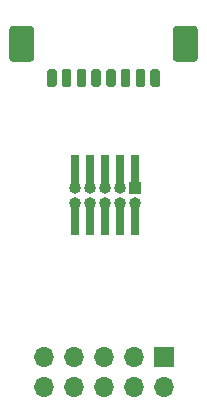
<source format=gbr>
%TF.GenerationSoftware,KiCad,Pcbnew,5.1.10*%
%TF.CreationDate,2021-08-08T15:42:29+02:00*%
%TF.ProjectId,debugconn,64656275-6763-46f6-9e6e-2e6b69636164,rev?*%
%TF.SameCoordinates,Original*%
%TF.FileFunction,Soldermask,Top*%
%TF.FilePolarity,Negative*%
%FSLAX46Y46*%
G04 Gerber Fmt 4.6, Leading zero omitted, Abs format (unit mm)*
G04 Created by KiCad (PCBNEW 5.1.10) date 2021-08-08 15:42:29*
%MOMM*%
%LPD*%
G01*
G04 APERTURE LIST*
%ADD10O,1.000000X1.000000*%
%ADD11R,1.000000X1.000000*%
%ADD12R,0.740000X2.790000*%
%ADD13O,1.700000X1.700000*%
%ADD14R,1.700000X1.700000*%
G04 APERTURE END LIST*
D10*
%TO.C,J2*%
X153035000Y-76835000D03*
X153035000Y-75565000D03*
X154305000Y-76835000D03*
X154305000Y-75565000D03*
X155575000Y-76835000D03*
X155575000Y-75565000D03*
X156845000Y-76835000D03*
X156845000Y-75565000D03*
X158115000Y-76835000D03*
D11*
X158115000Y-75565000D03*
%TD*%
D12*
%TO.C,J4*%
X158115000Y-74165000D03*
X158115000Y-78235000D03*
X156845000Y-74165000D03*
X156845000Y-78235000D03*
X155575000Y-74165000D03*
X155575000Y-78235000D03*
X154305000Y-74165000D03*
X154305000Y-78235000D03*
X153035000Y-74165000D03*
X153035000Y-78235000D03*
%TD*%
%TO.C,J3*%
G36*
G01*
X149546000Y-62125900D02*
X149546000Y-64626100D01*
G75*
G02*
X149296100Y-64876000I-249900J0D01*
G01*
X147695900Y-64876000D01*
G75*
G02*
X147446000Y-64626100I0J249900D01*
G01*
X147446000Y-62125900D01*
G75*
G02*
X147695900Y-61876000I249900J0D01*
G01*
X149296100Y-61876000D01*
G75*
G02*
X149546000Y-62125900I0J-249900D01*
G01*
G37*
G36*
G01*
X163396000Y-62125900D02*
X163396000Y-64626100D01*
G75*
G02*
X163146100Y-64876000I-249900J0D01*
G01*
X161545900Y-64876000D01*
G75*
G02*
X161296000Y-64626100I0J249900D01*
G01*
X161296000Y-62125900D01*
G75*
G02*
X161545900Y-61876000I249900J0D01*
G01*
X163146100Y-61876000D01*
G75*
G02*
X163396000Y-62125900I0J-249900D01*
G01*
G37*
G36*
G01*
X151446000Y-65676000D02*
X151446000Y-66876000D01*
G75*
G02*
X151246000Y-67076000I-200000J0D01*
G01*
X150846000Y-67076000D01*
G75*
G02*
X150646000Y-66876000I0J200000D01*
G01*
X150646000Y-65676000D01*
G75*
G02*
X150846000Y-65476000I200000J0D01*
G01*
X151246000Y-65476000D01*
G75*
G02*
X151446000Y-65676000I0J-200000D01*
G01*
G37*
G36*
G01*
X152696000Y-65676000D02*
X152696000Y-66876000D01*
G75*
G02*
X152496000Y-67076000I-200000J0D01*
G01*
X152096000Y-67076000D01*
G75*
G02*
X151896000Y-66876000I0J200000D01*
G01*
X151896000Y-65676000D01*
G75*
G02*
X152096000Y-65476000I200000J0D01*
G01*
X152496000Y-65476000D01*
G75*
G02*
X152696000Y-65676000I0J-200000D01*
G01*
G37*
G36*
G01*
X153946000Y-65676000D02*
X153946000Y-66876000D01*
G75*
G02*
X153746000Y-67076000I-200000J0D01*
G01*
X153346000Y-67076000D01*
G75*
G02*
X153146000Y-66876000I0J200000D01*
G01*
X153146000Y-65676000D01*
G75*
G02*
X153346000Y-65476000I200000J0D01*
G01*
X153746000Y-65476000D01*
G75*
G02*
X153946000Y-65676000I0J-200000D01*
G01*
G37*
G36*
G01*
X155196000Y-65676000D02*
X155196000Y-66876000D01*
G75*
G02*
X154996000Y-67076000I-200000J0D01*
G01*
X154596000Y-67076000D01*
G75*
G02*
X154396000Y-66876000I0J200000D01*
G01*
X154396000Y-65676000D01*
G75*
G02*
X154596000Y-65476000I200000J0D01*
G01*
X154996000Y-65476000D01*
G75*
G02*
X155196000Y-65676000I0J-200000D01*
G01*
G37*
G36*
G01*
X156446000Y-65676000D02*
X156446000Y-66876000D01*
G75*
G02*
X156246000Y-67076000I-200000J0D01*
G01*
X155846000Y-67076000D01*
G75*
G02*
X155646000Y-66876000I0J200000D01*
G01*
X155646000Y-65676000D01*
G75*
G02*
X155846000Y-65476000I200000J0D01*
G01*
X156246000Y-65476000D01*
G75*
G02*
X156446000Y-65676000I0J-200000D01*
G01*
G37*
G36*
G01*
X157696000Y-65676000D02*
X157696000Y-66876000D01*
G75*
G02*
X157496000Y-67076000I-200000J0D01*
G01*
X157096000Y-67076000D01*
G75*
G02*
X156896000Y-66876000I0J200000D01*
G01*
X156896000Y-65676000D01*
G75*
G02*
X157096000Y-65476000I200000J0D01*
G01*
X157496000Y-65476000D01*
G75*
G02*
X157696000Y-65676000I0J-200000D01*
G01*
G37*
G36*
G01*
X158946000Y-65676000D02*
X158946000Y-66876000D01*
G75*
G02*
X158746000Y-67076000I-200000J0D01*
G01*
X158346000Y-67076000D01*
G75*
G02*
X158146000Y-66876000I0J200000D01*
G01*
X158146000Y-65676000D01*
G75*
G02*
X158346000Y-65476000I200000J0D01*
G01*
X158746000Y-65476000D01*
G75*
G02*
X158946000Y-65676000I0J-200000D01*
G01*
G37*
G36*
G01*
X160196000Y-65676000D02*
X160196000Y-66876000D01*
G75*
G02*
X159996000Y-67076000I-200000J0D01*
G01*
X159596000Y-67076000D01*
G75*
G02*
X159396000Y-66876000I0J200000D01*
G01*
X159396000Y-65676000D01*
G75*
G02*
X159596000Y-65476000I200000J0D01*
G01*
X159996000Y-65476000D01*
G75*
G02*
X160196000Y-65676000I0J-200000D01*
G01*
G37*
%TD*%
D13*
%TO.C,J1*%
X150368000Y-92456000D03*
X150368000Y-89916000D03*
X152908000Y-92456000D03*
X152908000Y-89916000D03*
X155448000Y-92456000D03*
X155448000Y-89916000D03*
X157988000Y-92456000D03*
X157988000Y-89916000D03*
X160528000Y-92456000D03*
D14*
X160528000Y-89916000D03*
%TD*%
M02*

</source>
